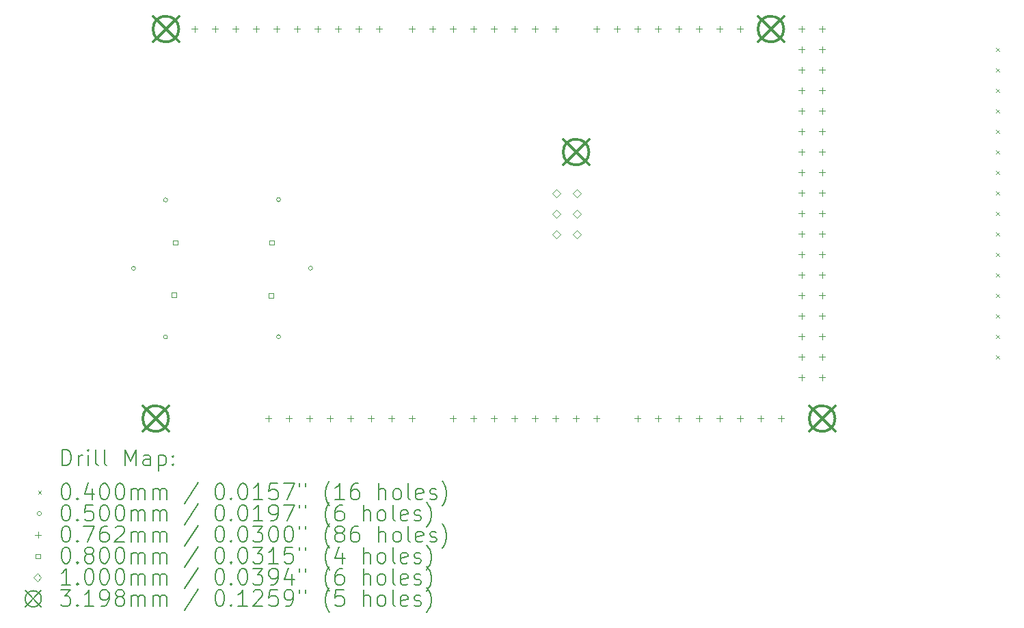
<source format=gbr>
%TF.GenerationSoftware,KiCad,Pcbnew,(6.0.9)*%
%TF.CreationDate,2023-01-12T16:27:42+01:00*%
%TF.ProjectId,MEGA board tester,4d454741-2062-46f6-9172-642074657374,rev?*%
%TF.SameCoordinates,PX7b9033cPY64bc73c*%
%TF.FileFunction,Drillmap*%
%TF.FilePolarity,Positive*%
%FSLAX45Y45*%
G04 Gerber Fmt 4.5, Leading zero omitted, Abs format (unit mm)*
G04 Created by KiCad (PCBNEW (6.0.9)) date 2023-01-12 16:27:42*
%MOMM*%
%LPD*%
G01*
G04 APERTURE LIST*
%ADD10C,0.200000*%
%ADD11C,0.040000*%
%ADD12C,0.050000*%
%ADD13C,0.076200*%
%ADD14C,0.080000*%
%ADD15C,0.100000*%
%ADD16C,0.319786*%
G04 APERTURE END LIST*
D10*
D11*
X12055150Y4987330D02*
X12095150Y4947330D01*
X12095150Y4987330D02*
X12055150Y4947330D01*
X12055150Y4733330D02*
X12095150Y4693330D01*
X12095150Y4733330D02*
X12055150Y4693330D01*
X12055150Y4479330D02*
X12095150Y4439330D01*
X12095150Y4479330D02*
X12055150Y4439330D01*
X12055150Y4225330D02*
X12095150Y4185330D01*
X12095150Y4225330D02*
X12055150Y4185330D01*
X12055150Y3971330D02*
X12095150Y3931330D01*
X12095150Y3971330D02*
X12055150Y3931330D01*
X12055150Y3717330D02*
X12095150Y3677330D01*
X12095150Y3717330D02*
X12055150Y3677330D01*
X12055150Y3463330D02*
X12095150Y3423330D01*
X12095150Y3463330D02*
X12055150Y3423330D01*
X12055150Y3209330D02*
X12095150Y3169330D01*
X12095150Y3209330D02*
X12055150Y3169330D01*
X12055150Y2955330D02*
X12095150Y2915330D01*
X12095150Y2955330D02*
X12055150Y2915330D01*
X12055150Y2701330D02*
X12095150Y2661330D01*
X12095150Y2701330D02*
X12055150Y2661330D01*
X12055150Y2447330D02*
X12095150Y2407330D01*
X12095150Y2447330D02*
X12055150Y2407330D01*
X12055150Y2193330D02*
X12095150Y2153330D01*
X12095150Y2193330D02*
X12055150Y2153330D01*
X12055150Y1939330D02*
X12095150Y1899330D01*
X12095150Y1939330D02*
X12055150Y1899330D01*
X12055150Y1685330D02*
X12095150Y1645330D01*
X12095150Y1685330D02*
X12055150Y1645330D01*
X12055150Y1431330D02*
X12095150Y1391330D01*
X12095150Y1431330D02*
X12055150Y1391330D01*
X12055150Y1177330D02*
X12095150Y1137330D01*
X12095150Y1177330D02*
X12055150Y1137330D01*
D12*
X1396752Y2257861D02*
G75*
G03*
X1396752Y2257861I-25000J0D01*
G01*
X1792752Y3105861D02*
G75*
G03*
X1792752Y3105861I-25000J0D01*
G01*
X1792752Y1408861D02*
G75*
G03*
X1792752Y1408861I-25000J0D01*
G01*
X3192752Y3108861D02*
G75*
G03*
X3192752Y3108861I-25000J0D01*
G01*
X3192752Y1410861D02*
G75*
G03*
X3192752Y1410861I-25000J0D01*
G01*
X3588752Y2259861D02*
G75*
G03*
X3588752Y2259861I-25000J0D01*
G01*
D13*
X2128500Y5261100D02*
X2128500Y5184900D01*
X2090400Y5223000D02*
X2166600Y5223000D01*
X2382500Y5261100D02*
X2382500Y5184900D01*
X2344400Y5223000D02*
X2420600Y5223000D01*
X2636500Y5261100D02*
X2636500Y5184900D01*
X2598400Y5223000D02*
X2674600Y5223000D01*
X2890500Y5261100D02*
X2890500Y5184900D01*
X2852400Y5223000D02*
X2928600Y5223000D01*
X3042900Y435100D02*
X3042900Y358900D01*
X3004800Y397000D02*
X3081000Y397000D01*
X3144500Y5261100D02*
X3144500Y5184900D01*
X3106400Y5223000D02*
X3182600Y5223000D01*
X3296900Y435100D02*
X3296900Y358900D01*
X3258800Y397000D02*
X3335000Y397000D01*
X3398500Y5261100D02*
X3398500Y5184900D01*
X3360400Y5223000D02*
X3436600Y5223000D01*
X3550900Y435100D02*
X3550900Y358900D01*
X3512800Y397000D02*
X3589000Y397000D01*
X3652500Y5261100D02*
X3652500Y5184900D01*
X3614400Y5223000D02*
X3690600Y5223000D01*
X3804900Y435100D02*
X3804900Y358900D01*
X3766800Y397000D02*
X3843000Y397000D01*
X3906500Y5261100D02*
X3906500Y5184900D01*
X3868400Y5223000D02*
X3944600Y5223000D01*
X4058900Y435100D02*
X4058900Y358900D01*
X4020800Y397000D02*
X4097000Y397000D01*
X4160500Y5261100D02*
X4160500Y5184900D01*
X4122400Y5223000D02*
X4198600Y5223000D01*
X4312900Y435100D02*
X4312900Y358900D01*
X4274800Y397000D02*
X4351000Y397000D01*
X4414500Y5261100D02*
X4414500Y5184900D01*
X4376400Y5223000D02*
X4452600Y5223000D01*
X4566900Y435100D02*
X4566900Y358900D01*
X4528800Y397000D02*
X4605000Y397000D01*
X4820900Y5261100D02*
X4820900Y5184900D01*
X4782800Y5223000D02*
X4859000Y5223000D01*
X4820900Y435100D02*
X4820900Y358900D01*
X4782800Y397000D02*
X4859000Y397000D01*
X5074900Y5261100D02*
X5074900Y5184900D01*
X5036800Y5223000D02*
X5113000Y5223000D01*
X5328900Y5261100D02*
X5328900Y5184900D01*
X5290800Y5223000D02*
X5367000Y5223000D01*
X5328900Y435100D02*
X5328900Y358900D01*
X5290800Y397000D02*
X5367000Y397000D01*
X5582900Y5261100D02*
X5582900Y5184900D01*
X5544800Y5223000D02*
X5621000Y5223000D01*
X5582900Y435100D02*
X5582900Y358900D01*
X5544800Y397000D02*
X5621000Y397000D01*
X5836900Y5261100D02*
X5836900Y5184900D01*
X5798800Y5223000D02*
X5875000Y5223000D01*
X5836900Y435100D02*
X5836900Y358900D01*
X5798800Y397000D02*
X5875000Y397000D01*
X6090900Y5261100D02*
X6090900Y5184900D01*
X6052800Y5223000D02*
X6129000Y5223000D01*
X6090900Y435100D02*
X6090900Y358900D01*
X6052800Y397000D02*
X6129000Y397000D01*
X6344900Y5261100D02*
X6344900Y5184900D01*
X6306800Y5223000D02*
X6383000Y5223000D01*
X6344900Y435100D02*
X6344900Y358900D01*
X6306800Y397000D02*
X6383000Y397000D01*
X6598900Y5261100D02*
X6598900Y5184900D01*
X6560800Y5223000D02*
X6637000Y5223000D01*
X6598900Y435100D02*
X6598900Y358900D01*
X6560800Y397000D02*
X6637000Y397000D01*
X6852900Y435100D02*
X6852900Y358900D01*
X6814800Y397000D02*
X6891000Y397000D01*
X7106900Y5261100D02*
X7106900Y5184900D01*
X7068800Y5223000D02*
X7145000Y5223000D01*
X7106900Y435100D02*
X7106900Y358900D01*
X7068800Y397000D02*
X7145000Y397000D01*
X7360900Y5261100D02*
X7360900Y5184900D01*
X7322800Y5223000D02*
X7399000Y5223000D01*
X7614900Y5261100D02*
X7614900Y5184900D01*
X7576800Y5223000D02*
X7653000Y5223000D01*
X7614900Y435100D02*
X7614900Y358900D01*
X7576800Y397000D02*
X7653000Y397000D01*
X7868900Y5261100D02*
X7868900Y5184900D01*
X7830800Y5223000D02*
X7907000Y5223000D01*
X7868900Y435100D02*
X7868900Y358900D01*
X7830800Y397000D02*
X7907000Y397000D01*
X8122900Y5261100D02*
X8122900Y5184900D01*
X8084800Y5223000D02*
X8161000Y5223000D01*
X8122900Y435100D02*
X8122900Y358900D01*
X8084800Y397000D02*
X8161000Y397000D01*
X8376900Y5261100D02*
X8376900Y5184900D01*
X8338800Y5223000D02*
X8415000Y5223000D01*
X8376900Y435100D02*
X8376900Y358900D01*
X8338800Y397000D02*
X8415000Y397000D01*
X8630900Y5261100D02*
X8630900Y5184900D01*
X8592800Y5223000D02*
X8669000Y5223000D01*
X8630900Y435100D02*
X8630900Y358900D01*
X8592800Y397000D02*
X8669000Y397000D01*
X8884900Y5261100D02*
X8884900Y5184900D01*
X8846800Y5223000D02*
X8923000Y5223000D01*
X8884900Y435100D02*
X8884900Y358900D01*
X8846800Y397000D02*
X8923000Y397000D01*
X9138900Y435100D02*
X9138900Y358900D01*
X9100800Y397000D02*
X9177000Y397000D01*
X9392900Y435100D02*
X9392900Y358900D01*
X9354800Y397000D02*
X9431000Y397000D01*
X9646900Y5261100D02*
X9646900Y5184900D01*
X9608800Y5223000D02*
X9685000Y5223000D01*
X9646900Y5007100D02*
X9646900Y4930900D01*
X9608800Y4969000D02*
X9685000Y4969000D01*
X9646900Y4753100D02*
X9646900Y4676900D01*
X9608800Y4715000D02*
X9685000Y4715000D01*
X9646900Y4499100D02*
X9646900Y4422900D01*
X9608800Y4461000D02*
X9685000Y4461000D01*
X9646900Y4245100D02*
X9646900Y4168900D01*
X9608800Y4207000D02*
X9685000Y4207000D01*
X9646900Y3991100D02*
X9646900Y3914900D01*
X9608800Y3953000D02*
X9685000Y3953000D01*
X9646900Y3737100D02*
X9646900Y3660900D01*
X9608800Y3699000D02*
X9685000Y3699000D01*
X9646900Y3483100D02*
X9646900Y3406900D01*
X9608800Y3445000D02*
X9685000Y3445000D01*
X9646900Y3229100D02*
X9646900Y3152900D01*
X9608800Y3191000D02*
X9685000Y3191000D01*
X9646900Y2975100D02*
X9646900Y2898900D01*
X9608800Y2937000D02*
X9685000Y2937000D01*
X9646900Y2721100D02*
X9646900Y2644900D01*
X9608800Y2683000D02*
X9685000Y2683000D01*
X9646900Y2467100D02*
X9646900Y2390900D01*
X9608800Y2429000D02*
X9685000Y2429000D01*
X9646900Y2213100D02*
X9646900Y2136900D01*
X9608800Y2175000D02*
X9685000Y2175000D01*
X9646900Y1959100D02*
X9646900Y1882900D01*
X9608800Y1921000D02*
X9685000Y1921000D01*
X9646900Y1705100D02*
X9646900Y1628900D01*
X9608800Y1667000D02*
X9685000Y1667000D01*
X9646900Y1451100D02*
X9646900Y1374900D01*
X9608800Y1413000D02*
X9685000Y1413000D01*
X9646900Y1197100D02*
X9646900Y1120900D01*
X9608800Y1159000D02*
X9685000Y1159000D01*
X9646900Y943100D02*
X9646900Y866900D01*
X9608800Y905000D02*
X9685000Y905000D01*
X9900900Y5261100D02*
X9900900Y5184900D01*
X9862800Y5223000D02*
X9939000Y5223000D01*
X9900900Y5007100D02*
X9900900Y4930900D01*
X9862800Y4969000D02*
X9939000Y4969000D01*
X9900900Y4753100D02*
X9900900Y4676900D01*
X9862800Y4715000D02*
X9939000Y4715000D01*
X9900900Y4499100D02*
X9900900Y4422900D01*
X9862800Y4461000D02*
X9939000Y4461000D01*
X9900900Y4245100D02*
X9900900Y4168900D01*
X9862800Y4207000D02*
X9939000Y4207000D01*
X9900900Y3991100D02*
X9900900Y3914900D01*
X9862800Y3953000D02*
X9939000Y3953000D01*
X9900900Y3737100D02*
X9900900Y3660900D01*
X9862800Y3699000D02*
X9939000Y3699000D01*
X9900900Y3483100D02*
X9900900Y3406900D01*
X9862800Y3445000D02*
X9939000Y3445000D01*
X9900900Y3229100D02*
X9900900Y3152900D01*
X9862800Y3191000D02*
X9939000Y3191000D01*
X9900900Y2975100D02*
X9900900Y2898900D01*
X9862800Y2937000D02*
X9939000Y2937000D01*
X9900900Y2721100D02*
X9900900Y2644900D01*
X9862800Y2683000D02*
X9939000Y2683000D01*
X9900900Y2467100D02*
X9900900Y2390900D01*
X9862800Y2429000D02*
X9939000Y2429000D01*
X9900900Y2213100D02*
X9900900Y2136900D01*
X9862800Y2175000D02*
X9939000Y2175000D01*
X9900900Y1959100D02*
X9900900Y1882900D01*
X9862800Y1921000D02*
X9939000Y1921000D01*
X9900900Y1705100D02*
X9900900Y1628900D01*
X9862800Y1667000D02*
X9939000Y1667000D01*
X9900900Y1451100D02*
X9900900Y1374900D01*
X9862800Y1413000D02*
X9939000Y1413000D01*
X9900900Y1197100D02*
X9900900Y1120900D01*
X9862800Y1159000D02*
X9939000Y1159000D01*
X9900900Y943100D02*
X9900900Y866900D01*
X9862800Y905000D02*
X9939000Y905000D01*
D14*
X1899036Y1898576D02*
X1899036Y1955145D01*
X1842467Y1955145D01*
X1842467Y1898576D01*
X1899036Y1898576D01*
X1915036Y2548576D02*
X1915036Y2605145D01*
X1858467Y2605145D01*
X1858467Y2548576D01*
X1915036Y2548576D01*
X3106036Y1890576D02*
X3106036Y1947145D01*
X3049467Y1947145D01*
X3049467Y1890576D01*
X3106036Y1890576D01*
X3112036Y2548576D02*
X3112036Y2605145D01*
X3055467Y2605145D01*
X3055467Y2548576D01*
X3112036Y2548576D01*
D15*
X6609800Y3138800D02*
X6659800Y3188800D01*
X6609800Y3238800D01*
X6559800Y3188800D01*
X6609800Y3138800D01*
X6609800Y2884800D02*
X6659800Y2934800D01*
X6609800Y2984800D01*
X6559800Y2934800D01*
X6609800Y2884800D01*
X6609800Y2630800D02*
X6659800Y2680800D01*
X6609800Y2730800D01*
X6559800Y2680800D01*
X6609800Y2630800D01*
X6863800Y3138800D02*
X6913800Y3188800D01*
X6863800Y3238800D01*
X6813800Y3188800D01*
X6863800Y3138800D01*
X6863800Y2884800D02*
X6913800Y2934800D01*
X6863800Y2984800D01*
X6813800Y2934800D01*
X6863800Y2884800D01*
X6863800Y2630800D02*
X6913800Y2680800D01*
X6863800Y2730800D01*
X6813800Y2680800D01*
X6863800Y2630800D01*
D16*
X1486007Y556893D02*
X1805793Y237107D01*
X1805793Y556893D02*
X1486007Y237107D01*
X1805793Y397000D02*
G75*
G03*
X1805793Y397000I-159893J0D01*
G01*
X1613007Y5382893D02*
X1932793Y5063107D01*
X1932793Y5382893D02*
X1613007Y5063107D01*
X1932793Y5223000D02*
G75*
G03*
X1932793Y5223000I-159893J0D01*
G01*
X6693007Y3858893D02*
X7012793Y3539107D01*
X7012793Y3858893D02*
X6693007Y3539107D01*
X7012793Y3699000D02*
G75*
G03*
X7012793Y3699000I-159893J0D01*
G01*
X9106007Y5382893D02*
X9425793Y5063107D01*
X9425793Y5382893D02*
X9106007Y5063107D01*
X9425793Y5223000D02*
G75*
G03*
X9425793Y5223000I-159893J0D01*
G01*
X9741007Y556893D02*
X10060793Y237107D01*
X10060793Y556893D02*
X9741007Y237107D01*
X10060793Y397000D02*
G75*
G03*
X10060793Y397000I-159893J0D01*
G01*
D10*
X487469Y-186526D02*
X487469Y13474D01*
X535088Y13474D01*
X563660Y3950D01*
X582707Y-15098D01*
X592231Y-34145D01*
X601755Y-72240D01*
X601755Y-100812D01*
X592231Y-138907D01*
X582707Y-157955D01*
X563660Y-177002D01*
X535088Y-186526D01*
X487469Y-186526D01*
X687469Y-186526D02*
X687469Y-53193D01*
X687469Y-91288D02*
X696993Y-72240D01*
X706517Y-62717D01*
X725564Y-53193D01*
X744612Y-53193D01*
X811278Y-186526D02*
X811278Y-53193D01*
X811278Y13474D02*
X801755Y3950D01*
X811278Y-5574D01*
X820802Y3950D01*
X811278Y13474D01*
X811278Y-5574D01*
X935088Y-186526D02*
X916040Y-177002D01*
X906517Y-157955D01*
X906517Y13474D01*
X1039850Y-186526D02*
X1020802Y-177002D01*
X1011278Y-157955D01*
X1011278Y13474D01*
X1268421Y-186526D02*
X1268421Y13474D01*
X1335088Y-129383D01*
X1401755Y13474D01*
X1401755Y-186526D01*
X1582707Y-186526D02*
X1582707Y-81764D01*
X1573183Y-62717D01*
X1554136Y-53193D01*
X1516040Y-53193D01*
X1496993Y-62717D01*
X1582707Y-177002D02*
X1563659Y-186526D01*
X1516040Y-186526D01*
X1496993Y-177002D01*
X1487469Y-157955D01*
X1487469Y-138907D01*
X1496993Y-119859D01*
X1516040Y-110336D01*
X1563659Y-110336D01*
X1582707Y-100812D01*
X1677945Y-53193D02*
X1677945Y-253193D01*
X1677945Y-62717D02*
X1696993Y-53193D01*
X1735088Y-53193D01*
X1754136Y-62717D01*
X1763659Y-72240D01*
X1773183Y-91288D01*
X1773183Y-148431D01*
X1763659Y-167479D01*
X1754136Y-177002D01*
X1735088Y-186526D01*
X1696993Y-186526D01*
X1677945Y-177002D01*
X1858898Y-167479D02*
X1868421Y-177002D01*
X1858898Y-186526D01*
X1849374Y-177002D01*
X1858898Y-167479D01*
X1858898Y-186526D01*
X1858898Y-62717D02*
X1868421Y-72240D01*
X1858898Y-81764D01*
X1849374Y-72240D01*
X1858898Y-62717D01*
X1858898Y-81764D01*
D11*
X189850Y-496050D02*
X229850Y-536050D01*
X229850Y-496050D02*
X189850Y-536050D01*
D10*
X525564Y-406526D02*
X544612Y-406526D01*
X563660Y-416050D01*
X573183Y-425574D01*
X582707Y-444621D01*
X592231Y-482717D01*
X592231Y-530336D01*
X582707Y-568431D01*
X573183Y-587479D01*
X563660Y-597002D01*
X544612Y-606526D01*
X525564Y-606526D01*
X506517Y-597002D01*
X496993Y-587479D01*
X487469Y-568431D01*
X477945Y-530336D01*
X477945Y-482717D01*
X487469Y-444621D01*
X496993Y-425574D01*
X506517Y-416050D01*
X525564Y-406526D01*
X677945Y-587479D02*
X687469Y-597002D01*
X677945Y-606526D01*
X668421Y-597002D01*
X677945Y-587479D01*
X677945Y-606526D01*
X858898Y-473193D02*
X858898Y-606526D01*
X811278Y-397002D02*
X763659Y-539860D01*
X887469Y-539860D01*
X1001755Y-406526D02*
X1020802Y-406526D01*
X1039850Y-416050D01*
X1049374Y-425574D01*
X1058898Y-444621D01*
X1068421Y-482717D01*
X1068421Y-530336D01*
X1058898Y-568431D01*
X1049374Y-587479D01*
X1039850Y-597002D01*
X1020802Y-606526D01*
X1001755Y-606526D01*
X982707Y-597002D01*
X973183Y-587479D01*
X963659Y-568431D01*
X954136Y-530336D01*
X954136Y-482717D01*
X963659Y-444621D01*
X973183Y-425574D01*
X982707Y-416050D01*
X1001755Y-406526D01*
X1192231Y-406526D02*
X1211279Y-406526D01*
X1230326Y-416050D01*
X1239850Y-425574D01*
X1249374Y-444621D01*
X1258898Y-482717D01*
X1258898Y-530336D01*
X1249374Y-568431D01*
X1239850Y-587479D01*
X1230326Y-597002D01*
X1211279Y-606526D01*
X1192231Y-606526D01*
X1173183Y-597002D01*
X1163660Y-587479D01*
X1154136Y-568431D01*
X1144612Y-530336D01*
X1144612Y-482717D01*
X1154136Y-444621D01*
X1163660Y-425574D01*
X1173183Y-416050D01*
X1192231Y-406526D01*
X1344612Y-606526D02*
X1344612Y-473193D01*
X1344612Y-492240D02*
X1354136Y-482717D01*
X1373183Y-473193D01*
X1401755Y-473193D01*
X1420802Y-482717D01*
X1430326Y-501764D01*
X1430326Y-606526D01*
X1430326Y-501764D02*
X1439850Y-482717D01*
X1458898Y-473193D01*
X1487469Y-473193D01*
X1506517Y-482717D01*
X1516040Y-501764D01*
X1516040Y-606526D01*
X1611278Y-606526D02*
X1611278Y-473193D01*
X1611278Y-492240D02*
X1620802Y-482717D01*
X1639850Y-473193D01*
X1668421Y-473193D01*
X1687469Y-482717D01*
X1696993Y-501764D01*
X1696993Y-606526D01*
X1696993Y-501764D02*
X1706517Y-482717D01*
X1725564Y-473193D01*
X1754136Y-473193D01*
X1773183Y-482717D01*
X1782707Y-501764D01*
X1782707Y-606526D01*
X2173183Y-397002D02*
X2001755Y-654145D01*
X2430326Y-406526D02*
X2449374Y-406526D01*
X2468421Y-416050D01*
X2477945Y-425574D01*
X2487469Y-444621D01*
X2496993Y-482717D01*
X2496993Y-530336D01*
X2487469Y-568431D01*
X2477945Y-587479D01*
X2468421Y-597002D01*
X2449374Y-606526D01*
X2430326Y-606526D01*
X2411279Y-597002D01*
X2401755Y-587479D01*
X2392231Y-568431D01*
X2382707Y-530336D01*
X2382707Y-482717D01*
X2392231Y-444621D01*
X2401755Y-425574D01*
X2411279Y-416050D01*
X2430326Y-406526D01*
X2582707Y-587479D02*
X2592231Y-597002D01*
X2582707Y-606526D01*
X2573183Y-597002D01*
X2582707Y-587479D01*
X2582707Y-606526D01*
X2716040Y-406526D02*
X2735088Y-406526D01*
X2754136Y-416050D01*
X2763660Y-425574D01*
X2773183Y-444621D01*
X2782707Y-482717D01*
X2782707Y-530336D01*
X2773183Y-568431D01*
X2763660Y-587479D01*
X2754136Y-597002D01*
X2735088Y-606526D01*
X2716040Y-606526D01*
X2696993Y-597002D01*
X2687469Y-587479D01*
X2677945Y-568431D01*
X2668421Y-530336D01*
X2668421Y-482717D01*
X2677945Y-444621D01*
X2687469Y-425574D01*
X2696993Y-416050D01*
X2716040Y-406526D01*
X2973183Y-606526D02*
X2858898Y-606526D01*
X2916040Y-606526D02*
X2916040Y-406526D01*
X2896993Y-435098D01*
X2877945Y-454145D01*
X2858898Y-463669D01*
X3154136Y-406526D02*
X3058898Y-406526D01*
X3049374Y-501764D01*
X3058898Y-492240D01*
X3077945Y-482717D01*
X3125564Y-482717D01*
X3144612Y-492240D01*
X3154136Y-501764D01*
X3163659Y-520812D01*
X3163659Y-568431D01*
X3154136Y-587479D01*
X3144612Y-597002D01*
X3125564Y-606526D01*
X3077945Y-606526D01*
X3058898Y-597002D01*
X3049374Y-587479D01*
X3230326Y-406526D02*
X3363659Y-406526D01*
X3277945Y-606526D01*
X3430326Y-406526D02*
X3430326Y-444621D01*
X3506517Y-406526D02*
X3506517Y-444621D01*
X3801755Y-682717D02*
X3792231Y-673193D01*
X3773183Y-644621D01*
X3763659Y-625574D01*
X3754136Y-597002D01*
X3744612Y-549383D01*
X3744612Y-511288D01*
X3754136Y-463669D01*
X3763659Y-435098D01*
X3773183Y-416050D01*
X3792231Y-387478D01*
X3801755Y-377955D01*
X3982707Y-606526D02*
X3868421Y-606526D01*
X3925564Y-606526D02*
X3925564Y-406526D01*
X3906517Y-435098D01*
X3887469Y-454145D01*
X3868421Y-463669D01*
X4154136Y-406526D02*
X4116040Y-406526D01*
X4096993Y-416050D01*
X4087469Y-425574D01*
X4068421Y-454145D01*
X4058898Y-492240D01*
X4058898Y-568431D01*
X4068421Y-587479D01*
X4077945Y-597002D01*
X4096993Y-606526D01*
X4135088Y-606526D01*
X4154136Y-597002D01*
X4163659Y-587479D01*
X4173183Y-568431D01*
X4173183Y-520812D01*
X4163659Y-501764D01*
X4154136Y-492240D01*
X4135088Y-482717D01*
X4096993Y-482717D01*
X4077945Y-492240D01*
X4068421Y-501764D01*
X4058898Y-520812D01*
X4411279Y-606526D02*
X4411279Y-406526D01*
X4496993Y-606526D02*
X4496993Y-501764D01*
X4487469Y-482717D01*
X4468421Y-473193D01*
X4439850Y-473193D01*
X4420802Y-482717D01*
X4411279Y-492240D01*
X4620802Y-606526D02*
X4601755Y-597002D01*
X4592231Y-587479D01*
X4582707Y-568431D01*
X4582707Y-511288D01*
X4592231Y-492240D01*
X4601755Y-482717D01*
X4620802Y-473193D01*
X4649374Y-473193D01*
X4668421Y-482717D01*
X4677945Y-492240D01*
X4687469Y-511288D01*
X4687469Y-568431D01*
X4677945Y-587479D01*
X4668421Y-597002D01*
X4649374Y-606526D01*
X4620802Y-606526D01*
X4801755Y-606526D02*
X4782707Y-597002D01*
X4773183Y-577955D01*
X4773183Y-406526D01*
X4954136Y-597002D02*
X4935088Y-606526D01*
X4896993Y-606526D01*
X4877945Y-597002D01*
X4868421Y-577955D01*
X4868421Y-501764D01*
X4877945Y-482717D01*
X4896993Y-473193D01*
X4935088Y-473193D01*
X4954136Y-482717D01*
X4963660Y-501764D01*
X4963660Y-520812D01*
X4868421Y-539860D01*
X5039850Y-597002D02*
X5058898Y-606526D01*
X5096993Y-606526D01*
X5116040Y-597002D01*
X5125564Y-577955D01*
X5125564Y-568431D01*
X5116040Y-549383D01*
X5096993Y-539860D01*
X5068421Y-539860D01*
X5049374Y-530336D01*
X5039850Y-511288D01*
X5039850Y-501764D01*
X5049374Y-482717D01*
X5068421Y-473193D01*
X5096993Y-473193D01*
X5116040Y-482717D01*
X5192231Y-682717D02*
X5201755Y-673193D01*
X5220802Y-644621D01*
X5230326Y-625574D01*
X5239850Y-597002D01*
X5249374Y-549383D01*
X5249374Y-511288D01*
X5239850Y-463669D01*
X5230326Y-435098D01*
X5220802Y-416050D01*
X5201755Y-387478D01*
X5192231Y-377955D01*
D12*
X229850Y-780050D02*
G75*
G03*
X229850Y-780050I-25000J0D01*
G01*
D10*
X525564Y-670526D02*
X544612Y-670526D01*
X563660Y-680050D01*
X573183Y-689574D01*
X582707Y-708621D01*
X592231Y-746717D01*
X592231Y-794336D01*
X582707Y-832431D01*
X573183Y-851478D01*
X563660Y-861002D01*
X544612Y-870526D01*
X525564Y-870526D01*
X506517Y-861002D01*
X496993Y-851478D01*
X487469Y-832431D01*
X477945Y-794336D01*
X477945Y-746717D01*
X487469Y-708621D01*
X496993Y-689574D01*
X506517Y-680050D01*
X525564Y-670526D01*
X677945Y-851478D02*
X687469Y-861002D01*
X677945Y-870526D01*
X668421Y-861002D01*
X677945Y-851478D01*
X677945Y-870526D01*
X868421Y-670526D02*
X773183Y-670526D01*
X763659Y-765764D01*
X773183Y-756240D01*
X792231Y-746717D01*
X839850Y-746717D01*
X858898Y-756240D01*
X868421Y-765764D01*
X877945Y-784812D01*
X877945Y-832431D01*
X868421Y-851478D01*
X858898Y-861002D01*
X839850Y-870526D01*
X792231Y-870526D01*
X773183Y-861002D01*
X763659Y-851478D01*
X1001755Y-670526D02*
X1020802Y-670526D01*
X1039850Y-680050D01*
X1049374Y-689574D01*
X1058898Y-708621D01*
X1068421Y-746717D01*
X1068421Y-794336D01*
X1058898Y-832431D01*
X1049374Y-851478D01*
X1039850Y-861002D01*
X1020802Y-870526D01*
X1001755Y-870526D01*
X982707Y-861002D01*
X973183Y-851478D01*
X963659Y-832431D01*
X954136Y-794336D01*
X954136Y-746717D01*
X963659Y-708621D01*
X973183Y-689574D01*
X982707Y-680050D01*
X1001755Y-670526D01*
X1192231Y-670526D02*
X1211279Y-670526D01*
X1230326Y-680050D01*
X1239850Y-689574D01*
X1249374Y-708621D01*
X1258898Y-746717D01*
X1258898Y-794336D01*
X1249374Y-832431D01*
X1239850Y-851478D01*
X1230326Y-861002D01*
X1211279Y-870526D01*
X1192231Y-870526D01*
X1173183Y-861002D01*
X1163660Y-851478D01*
X1154136Y-832431D01*
X1144612Y-794336D01*
X1144612Y-746717D01*
X1154136Y-708621D01*
X1163660Y-689574D01*
X1173183Y-680050D01*
X1192231Y-670526D01*
X1344612Y-870526D02*
X1344612Y-737193D01*
X1344612Y-756240D02*
X1354136Y-746717D01*
X1373183Y-737193D01*
X1401755Y-737193D01*
X1420802Y-746717D01*
X1430326Y-765764D01*
X1430326Y-870526D01*
X1430326Y-765764D02*
X1439850Y-746717D01*
X1458898Y-737193D01*
X1487469Y-737193D01*
X1506517Y-746717D01*
X1516040Y-765764D01*
X1516040Y-870526D01*
X1611278Y-870526D02*
X1611278Y-737193D01*
X1611278Y-756240D02*
X1620802Y-746717D01*
X1639850Y-737193D01*
X1668421Y-737193D01*
X1687469Y-746717D01*
X1696993Y-765764D01*
X1696993Y-870526D01*
X1696993Y-765764D02*
X1706517Y-746717D01*
X1725564Y-737193D01*
X1754136Y-737193D01*
X1773183Y-746717D01*
X1782707Y-765764D01*
X1782707Y-870526D01*
X2173183Y-661002D02*
X2001755Y-918145D01*
X2430326Y-670526D02*
X2449374Y-670526D01*
X2468421Y-680050D01*
X2477945Y-689574D01*
X2487469Y-708621D01*
X2496993Y-746717D01*
X2496993Y-794336D01*
X2487469Y-832431D01*
X2477945Y-851478D01*
X2468421Y-861002D01*
X2449374Y-870526D01*
X2430326Y-870526D01*
X2411279Y-861002D01*
X2401755Y-851478D01*
X2392231Y-832431D01*
X2382707Y-794336D01*
X2382707Y-746717D01*
X2392231Y-708621D01*
X2401755Y-689574D01*
X2411279Y-680050D01*
X2430326Y-670526D01*
X2582707Y-851478D02*
X2592231Y-861002D01*
X2582707Y-870526D01*
X2573183Y-861002D01*
X2582707Y-851478D01*
X2582707Y-870526D01*
X2716040Y-670526D02*
X2735088Y-670526D01*
X2754136Y-680050D01*
X2763660Y-689574D01*
X2773183Y-708621D01*
X2782707Y-746717D01*
X2782707Y-794336D01*
X2773183Y-832431D01*
X2763660Y-851478D01*
X2754136Y-861002D01*
X2735088Y-870526D01*
X2716040Y-870526D01*
X2696993Y-861002D01*
X2687469Y-851478D01*
X2677945Y-832431D01*
X2668421Y-794336D01*
X2668421Y-746717D01*
X2677945Y-708621D01*
X2687469Y-689574D01*
X2696993Y-680050D01*
X2716040Y-670526D01*
X2973183Y-870526D02*
X2858898Y-870526D01*
X2916040Y-870526D02*
X2916040Y-670526D01*
X2896993Y-699098D01*
X2877945Y-718145D01*
X2858898Y-727669D01*
X3068421Y-870526D02*
X3106517Y-870526D01*
X3125564Y-861002D01*
X3135088Y-851478D01*
X3154136Y-822907D01*
X3163659Y-784812D01*
X3163659Y-708621D01*
X3154136Y-689574D01*
X3144612Y-680050D01*
X3125564Y-670526D01*
X3087469Y-670526D01*
X3068421Y-680050D01*
X3058898Y-689574D01*
X3049374Y-708621D01*
X3049374Y-756240D01*
X3058898Y-775288D01*
X3068421Y-784812D01*
X3087469Y-794336D01*
X3125564Y-794336D01*
X3144612Y-784812D01*
X3154136Y-775288D01*
X3163659Y-756240D01*
X3230326Y-670526D02*
X3363659Y-670526D01*
X3277945Y-870526D01*
X3430326Y-670526D02*
X3430326Y-708621D01*
X3506517Y-670526D02*
X3506517Y-708621D01*
X3801755Y-946717D02*
X3792231Y-937193D01*
X3773183Y-908621D01*
X3763659Y-889574D01*
X3754136Y-861002D01*
X3744612Y-813383D01*
X3744612Y-775288D01*
X3754136Y-727669D01*
X3763659Y-699098D01*
X3773183Y-680050D01*
X3792231Y-651479D01*
X3801755Y-641955D01*
X3963659Y-670526D02*
X3925564Y-670526D01*
X3906517Y-680050D01*
X3896993Y-689574D01*
X3877945Y-718145D01*
X3868421Y-756240D01*
X3868421Y-832431D01*
X3877945Y-851478D01*
X3887469Y-861002D01*
X3906517Y-870526D01*
X3944612Y-870526D01*
X3963659Y-861002D01*
X3973183Y-851478D01*
X3982707Y-832431D01*
X3982707Y-784812D01*
X3973183Y-765764D01*
X3963659Y-756240D01*
X3944612Y-746717D01*
X3906517Y-746717D01*
X3887469Y-756240D01*
X3877945Y-765764D01*
X3868421Y-784812D01*
X4220802Y-870526D02*
X4220802Y-670526D01*
X4306517Y-870526D02*
X4306517Y-765764D01*
X4296993Y-746717D01*
X4277945Y-737193D01*
X4249374Y-737193D01*
X4230326Y-746717D01*
X4220802Y-756240D01*
X4430326Y-870526D02*
X4411279Y-861002D01*
X4401755Y-851478D01*
X4392231Y-832431D01*
X4392231Y-775288D01*
X4401755Y-756240D01*
X4411279Y-746717D01*
X4430326Y-737193D01*
X4458898Y-737193D01*
X4477945Y-746717D01*
X4487469Y-756240D01*
X4496993Y-775288D01*
X4496993Y-832431D01*
X4487469Y-851478D01*
X4477945Y-861002D01*
X4458898Y-870526D01*
X4430326Y-870526D01*
X4611279Y-870526D02*
X4592231Y-861002D01*
X4582707Y-841955D01*
X4582707Y-670526D01*
X4763660Y-861002D02*
X4744612Y-870526D01*
X4706517Y-870526D01*
X4687469Y-861002D01*
X4677945Y-841955D01*
X4677945Y-765764D01*
X4687469Y-746717D01*
X4706517Y-737193D01*
X4744612Y-737193D01*
X4763660Y-746717D01*
X4773183Y-765764D01*
X4773183Y-784812D01*
X4677945Y-803859D01*
X4849374Y-861002D02*
X4868421Y-870526D01*
X4906517Y-870526D01*
X4925564Y-861002D01*
X4935088Y-841955D01*
X4935088Y-832431D01*
X4925564Y-813383D01*
X4906517Y-803859D01*
X4877945Y-803859D01*
X4858898Y-794336D01*
X4849374Y-775288D01*
X4849374Y-765764D01*
X4858898Y-746717D01*
X4877945Y-737193D01*
X4906517Y-737193D01*
X4925564Y-746717D01*
X5001755Y-946717D02*
X5011279Y-937193D01*
X5030326Y-908621D01*
X5039850Y-889574D01*
X5049374Y-861002D01*
X5058898Y-813383D01*
X5058898Y-775288D01*
X5049374Y-727669D01*
X5039850Y-699098D01*
X5030326Y-680050D01*
X5011279Y-651479D01*
X5001755Y-641955D01*
D13*
X191750Y-1005950D02*
X191750Y-1082150D01*
X153650Y-1044050D02*
X229850Y-1044050D01*
D10*
X525564Y-934526D02*
X544612Y-934526D01*
X563660Y-944050D01*
X573183Y-953574D01*
X582707Y-972621D01*
X592231Y-1010717D01*
X592231Y-1058336D01*
X582707Y-1096431D01*
X573183Y-1115479D01*
X563660Y-1125002D01*
X544612Y-1134526D01*
X525564Y-1134526D01*
X506517Y-1125002D01*
X496993Y-1115479D01*
X487469Y-1096431D01*
X477945Y-1058336D01*
X477945Y-1010717D01*
X487469Y-972621D01*
X496993Y-953574D01*
X506517Y-944050D01*
X525564Y-934526D01*
X677945Y-1115479D02*
X687469Y-1125002D01*
X677945Y-1134526D01*
X668421Y-1125002D01*
X677945Y-1115479D01*
X677945Y-1134526D01*
X754136Y-934526D02*
X887469Y-934526D01*
X801755Y-1134526D01*
X1049374Y-934526D02*
X1011278Y-934526D01*
X992231Y-944050D01*
X982707Y-953574D01*
X963659Y-982145D01*
X954136Y-1020240D01*
X954136Y-1096431D01*
X963659Y-1115479D01*
X973183Y-1125002D01*
X992231Y-1134526D01*
X1030326Y-1134526D01*
X1049374Y-1125002D01*
X1058898Y-1115479D01*
X1068421Y-1096431D01*
X1068421Y-1048812D01*
X1058898Y-1029764D01*
X1049374Y-1020240D01*
X1030326Y-1010717D01*
X992231Y-1010717D01*
X973183Y-1020240D01*
X963659Y-1029764D01*
X954136Y-1048812D01*
X1144612Y-953574D02*
X1154136Y-944050D01*
X1173183Y-934526D01*
X1220802Y-934526D01*
X1239850Y-944050D01*
X1249374Y-953574D01*
X1258898Y-972621D01*
X1258898Y-991669D01*
X1249374Y-1020240D01*
X1135088Y-1134526D01*
X1258898Y-1134526D01*
X1344612Y-1134526D02*
X1344612Y-1001193D01*
X1344612Y-1020240D02*
X1354136Y-1010717D01*
X1373183Y-1001193D01*
X1401755Y-1001193D01*
X1420802Y-1010717D01*
X1430326Y-1029764D01*
X1430326Y-1134526D01*
X1430326Y-1029764D02*
X1439850Y-1010717D01*
X1458898Y-1001193D01*
X1487469Y-1001193D01*
X1506517Y-1010717D01*
X1516040Y-1029764D01*
X1516040Y-1134526D01*
X1611278Y-1134526D02*
X1611278Y-1001193D01*
X1611278Y-1020240D02*
X1620802Y-1010717D01*
X1639850Y-1001193D01*
X1668421Y-1001193D01*
X1687469Y-1010717D01*
X1696993Y-1029764D01*
X1696993Y-1134526D01*
X1696993Y-1029764D02*
X1706517Y-1010717D01*
X1725564Y-1001193D01*
X1754136Y-1001193D01*
X1773183Y-1010717D01*
X1782707Y-1029764D01*
X1782707Y-1134526D01*
X2173183Y-925002D02*
X2001755Y-1182145D01*
X2430326Y-934526D02*
X2449374Y-934526D01*
X2468421Y-944050D01*
X2477945Y-953574D01*
X2487469Y-972621D01*
X2496993Y-1010717D01*
X2496993Y-1058336D01*
X2487469Y-1096431D01*
X2477945Y-1115479D01*
X2468421Y-1125002D01*
X2449374Y-1134526D01*
X2430326Y-1134526D01*
X2411279Y-1125002D01*
X2401755Y-1115479D01*
X2392231Y-1096431D01*
X2382707Y-1058336D01*
X2382707Y-1010717D01*
X2392231Y-972621D01*
X2401755Y-953574D01*
X2411279Y-944050D01*
X2430326Y-934526D01*
X2582707Y-1115479D02*
X2592231Y-1125002D01*
X2582707Y-1134526D01*
X2573183Y-1125002D01*
X2582707Y-1115479D01*
X2582707Y-1134526D01*
X2716040Y-934526D02*
X2735088Y-934526D01*
X2754136Y-944050D01*
X2763660Y-953574D01*
X2773183Y-972621D01*
X2782707Y-1010717D01*
X2782707Y-1058336D01*
X2773183Y-1096431D01*
X2763660Y-1115479D01*
X2754136Y-1125002D01*
X2735088Y-1134526D01*
X2716040Y-1134526D01*
X2696993Y-1125002D01*
X2687469Y-1115479D01*
X2677945Y-1096431D01*
X2668421Y-1058336D01*
X2668421Y-1010717D01*
X2677945Y-972621D01*
X2687469Y-953574D01*
X2696993Y-944050D01*
X2716040Y-934526D01*
X2849374Y-934526D02*
X2973183Y-934526D01*
X2906517Y-1010717D01*
X2935088Y-1010717D01*
X2954136Y-1020240D01*
X2963659Y-1029764D01*
X2973183Y-1048812D01*
X2973183Y-1096431D01*
X2963659Y-1115479D01*
X2954136Y-1125002D01*
X2935088Y-1134526D01*
X2877945Y-1134526D01*
X2858898Y-1125002D01*
X2849374Y-1115479D01*
X3096993Y-934526D02*
X3116040Y-934526D01*
X3135088Y-944050D01*
X3144612Y-953574D01*
X3154136Y-972621D01*
X3163659Y-1010717D01*
X3163659Y-1058336D01*
X3154136Y-1096431D01*
X3144612Y-1115479D01*
X3135088Y-1125002D01*
X3116040Y-1134526D01*
X3096993Y-1134526D01*
X3077945Y-1125002D01*
X3068421Y-1115479D01*
X3058898Y-1096431D01*
X3049374Y-1058336D01*
X3049374Y-1010717D01*
X3058898Y-972621D01*
X3068421Y-953574D01*
X3077945Y-944050D01*
X3096993Y-934526D01*
X3287469Y-934526D02*
X3306517Y-934526D01*
X3325564Y-944050D01*
X3335088Y-953574D01*
X3344612Y-972621D01*
X3354136Y-1010717D01*
X3354136Y-1058336D01*
X3344612Y-1096431D01*
X3335088Y-1115479D01*
X3325564Y-1125002D01*
X3306517Y-1134526D01*
X3287469Y-1134526D01*
X3268421Y-1125002D01*
X3258898Y-1115479D01*
X3249374Y-1096431D01*
X3239850Y-1058336D01*
X3239850Y-1010717D01*
X3249374Y-972621D01*
X3258898Y-953574D01*
X3268421Y-944050D01*
X3287469Y-934526D01*
X3430326Y-934526D02*
X3430326Y-972621D01*
X3506517Y-934526D02*
X3506517Y-972621D01*
X3801755Y-1210717D02*
X3792231Y-1201193D01*
X3773183Y-1172621D01*
X3763659Y-1153574D01*
X3754136Y-1125002D01*
X3744612Y-1077383D01*
X3744612Y-1039288D01*
X3754136Y-991669D01*
X3763659Y-963098D01*
X3773183Y-944050D01*
X3792231Y-915478D01*
X3801755Y-905955D01*
X3906517Y-1020240D02*
X3887469Y-1010717D01*
X3877945Y-1001193D01*
X3868421Y-982145D01*
X3868421Y-972621D01*
X3877945Y-953574D01*
X3887469Y-944050D01*
X3906517Y-934526D01*
X3944612Y-934526D01*
X3963659Y-944050D01*
X3973183Y-953574D01*
X3982707Y-972621D01*
X3982707Y-982145D01*
X3973183Y-1001193D01*
X3963659Y-1010717D01*
X3944612Y-1020240D01*
X3906517Y-1020240D01*
X3887469Y-1029764D01*
X3877945Y-1039288D01*
X3868421Y-1058336D01*
X3868421Y-1096431D01*
X3877945Y-1115479D01*
X3887469Y-1125002D01*
X3906517Y-1134526D01*
X3944612Y-1134526D01*
X3963659Y-1125002D01*
X3973183Y-1115479D01*
X3982707Y-1096431D01*
X3982707Y-1058336D01*
X3973183Y-1039288D01*
X3963659Y-1029764D01*
X3944612Y-1020240D01*
X4154136Y-934526D02*
X4116040Y-934526D01*
X4096993Y-944050D01*
X4087469Y-953574D01*
X4068421Y-982145D01*
X4058898Y-1020240D01*
X4058898Y-1096431D01*
X4068421Y-1115479D01*
X4077945Y-1125002D01*
X4096993Y-1134526D01*
X4135088Y-1134526D01*
X4154136Y-1125002D01*
X4163659Y-1115479D01*
X4173183Y-1096431D01*
X4173183Y-1048812D01*
X4163659Y-1029764D01*
X4154136Y-1020240D01*
X4135088Y-1010717D01*
X4096993Y-1010717D01*
X4077945Y-1020240D01*
X4068421Y-1029764D01*
X4058898Y-1048812D01*
X4411279Y-1134526D02*
X4411279Y-934526D01*
X4496993Y-1134526D02*
X4496993Y-1029764D01*
X4487469Y-1010717D01*
X4468421Y-1001193D01*
X4439850Y-1001193D01*
X4420802Y-1010717D01*
X4411279Y-1020240D01*
X4620802Y-1134526D02*
X4601755Y-1125002D01*
X4592231Y-1115479D01*
X4582707Y-1096431D01*
X4582707Y-1039288D01*
X4592231Y-1020240D01*
X4601755Y-1010717D01*
X4620802Y-1001193D01*
X4649374Y-1001193D01*
X4668421Y-1010717D01*
X4677945Y-1020240D01*
X4687469Y-1039288D01*
X4687469Y-1096431D01*
X4677945Y-1115479D01*
X4668421Y-1125002D01*
X4649374Y-1134526D01*
X4620802Y-1134526D01*
X4801755Y-1134526D02*
X4782707Y-1125002D01*
X4773183Y-1105955D01*
X4773183Y-934526D01*
X4954136Y-1125002D02*
X4935088Y-1134526D01*
X4896993Y-1134526D01*
X4877945Y-1125002D01*
X4868421Y-1105955D01*
X4868421Y-1029764D01*
X4877945Y-1010717D01*
X4896993Y-1001193D01*
X4935088Y-1001193D01*
X4954136Y-1010717D01*
X4963660Y-1029764D01*
X4963660Y-1048812D01*
X4868421Y-1067860D01*
X5039850Y-1125002D02*
X5058898Y-1134526D01*
X5096993Y-1134526D01*
X5116040Y-1125002D01*
X5125564Y-1105955D01*
X5125564Y-1096431D01*
X5116040Y-1077383D01*
X5096993Y-1067860D01*
X5068421Y-1067860D01*
X5049374Y-1058336D01*
X5039850Y-1039288D01*
X5039850Y-1029764D01*
X5049374Y-1010717D01*
X5068421Y-1001193D01*
X5096993Y-1001193D01*
X5116040Y-1010717D01*
X5192231Y-1210717D02*
X5201755Y-1201193D01*
X5220802Y-1172621D01*
X5230326Y-1153574D01*
X5239850Y-1125002D01*
X5249374Y-1077383D01*
X5249374Y-1039288D01*
X5239850Y-991669D01*
X5230326Y-963098D01*
X5220802Y-944050D01*
X5201755Y-915478D01*
X5192231Y-905955D01*
D14*
X218134Y-1336335D02*
X218134Y-1279766D01*
X161566Y-1279766D01*
X161566Y-1336335D01*
X218134Y-1336335D01*
D10*
X525564Y-1198526D02*
X544612Y-1198526D01*
X563660Y-1208050D01*
X573183Y-1217574D01*
X582707Y-1236621D01*
X592231Y-1274717D01*
X592231Y-1322336D01*
X582707Y-1360431D01*
X573183Y-1379479D01*
X563660Y-1389002D01*
X544612Y-1398526D01*
X525564Y-1398526D01*
X506517Y-1389002D01*
X496993Y-1379479D01*
X487469Y-1360431D01*
X477945Y-1322336D01*
X477945Y-1274717D01*
X487469Y-1236621D01*
X496993Y-1217574D01*
X506517Y-1208050D01*
X525564Y-1198526D01*
X677945Y-1379479D02*
X687469Y-1389002D01*
X677945Y-1398526D01*
X668421Y-1389002D01*
X677945Y-1379479D01*
X677945Y-1398526D01*
X801755Y-1284240D02*
X782707Y-1274717D01*
X773183Y-1265193D01*
X763659Y-1246145D01*
X763659Y-1236621D01*
X773183Y-1217574D01*
X782707Y-1208050D01*
X801755Y-1198526D01*
X839850Y-1198526D01*
X858898Y-1208050D01*
X868421Y-1217574D01*
X877945Y-1236621D01*
X877945Y-1246145D01*
X868421Y-1265193D01*
X858898Y-1274717D01*
X839850Y-1284240D01*
X801755Y-1284240D01*
X782707Y-1293764D01*
X773183Y-1303288D01*
X763659Y-1322336D01*
X763659Y-1360431D01*
X773183Y-1379479D01*
X782707Y-1389002D01*
X801755Y-1398526D01*
X839850Y-1398526D01*
X858898Y-1389002D01*
X868421Y-1379479D01*
X877945Y-1360431D01*
X877945Y-1322336D01*
X868421Y-1303288D01*
X858898Y-1293764D01*
X839850Y-1284240D01*
X1001755Y-1198526D02*
X1020802Y-1198526D01*
X1039850Y-1208050D01*
X1049374Y-1217574D01*
X1058898Y-1236621D01*
X1068421Y-1274717D01*
X1068421Y-1322336D01*
X1058898Y-1360431D01*
X1049374Y-1379479D01*
X1039850Y-1389002D01*
X1020802Y-1398526D01*
X1001755Y-1398526D01*
X982707Y-1389002D01*
X973183Y-1379479D01*
X963659Y-1360431D01*
X954136Y-1322336D01*
X954136Y-1274717D01*
X963659Y-1236621D01*
X973183Y-1217574D01*
X982707Y-1208050D01*
X1001755Y-1198526D01*
X1192231Y-1198526D02*
X1211279Y-1198526D01*
X1230326Y-1208050D01*
X1239850Y-1217574D01*
X1249374Y-1236621D01*
X1258898Y-1274717D01*
X1258898Y-1322336D01*
X1249374Y-1360431D01*
X1239850Y-1379479D01*
X1230326Y-1389002D01*
X1211279Y-1398526D01*
X1192231Y-1398526D01*
X1173183Y-1389002D01*
X1163660Y-1379479D01*
X1154136Y-1360431D01*
X1144612Y-1322336D01*
X1144612Y-1274717D01*
X1154136Y-1236621D01*
X1163660Y-1217574D01*
X1173183Y-1208050D01*
X1192231Y-1198526D01*
X1344612Y-1398526D02*
X1344612Y-1265193D01*
X1344612Y-1284240D02*
X1354136Y-1274717D01*
X1373183Y-1265193D01*
X1401755Y-1265193D01*
X1420802Y-1274717D01*
X1430326Y-1293764D01*
X1430326Y-1398526D01*
X1430326Y-1293764D02*
X1439850Y-1274717D01*
X1458898Y-1265193D01*
X1487469Y-1265193D01*
X1506517Y-1274717D01*
X1516040Y-1293764D01*
X1516040Y-1398526D01*
X1611278Y-1398526D02*
X1611278Y-1265193D01*
X1611278Y-1284240D02*
X1620802Y-1274717D01*
X1639850Y-1265193D01*
X1668421Y-1265193D01*
X1687469Y-1274717D01*
X1696993Y-1293764D01*
X1696993Y-1398526D01*
X1696993Y-1293764D02*
X1706517Y-1274717D01*
X1725564Y-1265193D01*
X1754136Y-1265193D01*
X1773183Y-1274717D01*
X1782707Y-1293764D01*
X1782707Y-1398526D01*
X2173183Y-1189002D02*
X2001755Y-1446145D01*
X2430326Y-1198526D02*
X2449374Y-1198526D01*
X2468421Y-1208050D01*
X2477945Y-1217574D01*
X2487469Y-1236621D01*
X2496993Y-1274717D01*
X2496993Y-1322336D01*
X2487469Y-1360431D01*
X2477945Y-1379479D01*
X2468421Y-1389002D01*
X2449374Y-1398526D01*
X2430326Y-1398526D01*
X2411279Y-1389002D01*
X2401755Y-1379479D01*
X2392231Y-1360431D01*
X2382707Y-1322336D01*
X2382707Y-1274717D01*
X2392231Y-1236621D01*
X2401755Y-1217574D01*
X2411279Y-1208050D01*
X2430326Y-1198526D01*
X2582707Y-1379479D02*
X2592231Y-1389002D01*
X2582707Y-1398526D01*
X2573183Y-1389002D01*
X2582707Y-1379479D01*
X2582707Y-1398526D01*
X2716040Y-1198526D02*
X2735088Y-1198526D01*
X2754136Y-1208050D01*
X2763660Y-1217574D01*
X2773183Y-1236621D01*
X2782707Y-1274717D01*
X2782707Y-1322336D01*
X2773183Y-1360431D01*
X2763660Y-1379479D01*
X2754136Y-1389002D01*
X2735088Y-1398526D01*
X2716040Y-1398526D01*
X2696993Y-1389002D01*
X2687469Y-1379479D01*
X2677945Y-1360431D01*
X2668421Y-1322336D01*
X2668421Y-1274717D01*
X2677945Y-1236621D01*
X2687469Y-1217574D01*
X2696993Y-1208050D01*
X2716040Y-1198526D01*
X2849374Y-1198526D02*
X2973183Y-1198526D01*
X2906517Y-1274717D01*
X2935088Y-1274717D01*
X2954136Y-1284240D01*
X2963659Y-1293764D01*
X2973183Y-1312812D01*
X2973183Y-1360431D01*
X2963659Y-1379479D01*
X2954136Y-1389002D01*
X2935088Y-1398526D01*
X2877945Y-1398526D01*
X2858898Y-1389002D01*
X2849374Y-1379479D01*
X3163659Y-1398526D02*
X3049374Y-1398526D01*
X3106517Y-1398526D02*
X3106517Y-1198526D01*
X3087469Y-1227098D01*
X3068421Y-1246145D01*
X3049374Y-1255669D01*
X3344612Y-1198526D02*
X3249374Y-1198526D01*
X3239850Y-1293764D01*
X3249374Y-1284240D01*
X3268421Y-1274717D01*
X3316040Y-1274717D01*
X3335088Y-1284240D01*
X3344612Y-1293764D01*
X3354136Y-1312812D01*
X3354136Y-1360431D01*
X3344612Y-1379479D01*
X3335088Y-1389002D01*
X3316040Y-1398526D01*
X3268421Y-1398526D01*
X3249374Y-1389002D01*
X3239850Y-1379479D01*
X3430326Y-1198526D02*
X3430326Y-1236621D01*
X3506517Y-1198526D02*
X3506517Y-1236621D01*
X3801755Y-1474717D02*
X3792231Y-1465193D01*
X3773183Y-1436621D01*
X3763659Y-1417574D01*
X3754136Y-1389002D01*
X3744612Y-1341383D01*
X3744612Y-1303288D01*
X3754136Y-1255669D01*
X3763659Y-1227098D01*
X3773183Y-1208050D01*
X3792231Y-1179479D01*
X3801755Y-1169955D01*
X3963659Y-1265193D02*
X3963659Y-1398526D01*
X3916040Y-1189002D02*
X3868421Y-1331860D01*
X3992231Y-1331860D01*
X4220802Y-1398526D02*
X4220802Y-1198526D01*
X4306517Y-1398526D02*
X4306517Y-1293764D01*
X4296993Y-1274717D01*
X4277945Y-1265193D01*
X4249374Y-1265193D01*
X4230326Y-1274717D01*
X4220802Y-1284240D01*
X4430326Y-1398526D02*
X4411279Y-1389002D01*
X4401755Y-1379479D01*
X4392231Y-1360431D01*
X4392231Y-1303288D01*
X4401755Y-1284240D01*
X4411279Y-1274717D01*
X4430326Y-1265193D01*
X4458898Y-1265193D01*
X4477945Y-1274717D01*
X4487469Y-1284240D01*
X4496993Y-1303288D01*
X4496993Y-1360431D01*
X4487469Y-1379479D01*
X4477945Y-1389002D01*
X4458898Y-1398526D01*
X4430326Y-1398526D01*
X4611279Y-1398526D02*
X4592231Y-1389002D01*
X4582707Y-1369955D01*
X4582707Y-1198526D01*
X4763660Y-1389002D02*
X4744612Y-1398526D01*
X4706517Y-1398526D01*
X4687469Y-1389002D01*
X4677945Y-1369955D01*
X4677945Y-1293764D01*
X4687469Y-1274717D01*
X4706517Y-1265193D01*
X4744612Y-1265193D01*
X4763660Y-1274717D01*
X4773183Y-1293764D01*
X4773183Y-1312812D01*
X4677945Y-1331860D01*
X4849374Y-1389002D02*
X4868421Y-1398526D01*
X4906517Y-1398526D01*
X4925564Y-1389002D01*
X4935088Y-1369955D01*
X4935088Y-1360431D01*
X4925564Y-1341383D01*
X4906517Y-1331860D01*
X4877945Y-1331860D01*
X4858898Y-1322336D01*
X4849374Y-1303288D01*
X4849374Y-1293764D01*
X4858898Y-1274717D01*
X4877945Y-1265193D01*
X4906517Y-1265193D01*
X4925564Y-1274717D01*
X5001755Y-1474717D02*
X5011279Y-1465193D01*
X5030326Y-1436621D01*
X5039850Y-1417574D01*
X5049374Y-1389002D01*
X5058898Y-1341383D01*
X5058898Y-1303288D01*
X5049374Y-1255669D01*
X5039850Y-1227098D01*
X5030326Y-1208050D01*
X5011279Y-1179479D01*
X5001755Y-1169955D01*
D15*
X179850Y-1622050D02*
X229850Y-1572050D01*
X179850Y-1522050D01*
X129850Y-1572050D01*
X179850Y-1622050D01*
D10*
X592231Y-1662526D02*
X477945Y-1662526D01*
X535088Y-1662526D02*
X535088Y-1462526D01*
X516040Y-1491098D01*
X496993Y-1510145D01*
X477945Y-1519669D01*
X677945Y-1643478D02*
X687469Y-1653002D01*
X677945Y-1662526D01*
X668421Y-1653002D01*
X677945Y-1643478D01*
X677945Y-1662526D01*
X811278Y-1462526D02*
X830326Y-1462526D01*
X849374Y-1472050D01*
X858898Y-1481574D01*
X868421Y-1500621D01*
X877945Y-1538717D01*
X877945Y-1586336D01*
X868421Y-1624431D01*
X858898Y-1643478D01*
X849374Y-1653002D01*
X830326Y-1662526D01*
X811278Y-1662526D01*
X792231Y-1653002D01*
X782707Y-1643478D01*
X773183Y-1624431D01*
X763659Y-1586336D01*
X763659Y-1538717D01*
X773183Y-1500621D01*
X782707Y-1481574D01*
X792231Y-1472050D01*
X811278Y-1462526D01*
X1001755Y-1462526D02*
X1020802Y-1462526D01*
X1039850Y-1472050D01*
X1049374Y-1481574D01*
X1058898Y-1500621D01*
X1068421Y-1538717D01*
X1068421Y-1586336D01*
X1058898Y-1624431D01*
X1049374Y-1643478D01*
X1039850Y-1653002D01*
X1020802Y-1662526D01*
X1001755Y-1662526D01*
X982707Y-1653002D01*
X973183Y-1643478D01*
X963659Y-1624431D01*
X954136Y-1586336D01*
X954136Y-1538717D01*
X963659Y-1500621D01*
X973183Y-1481574D01*
X982707Y-1472050D01*
X1001755Y-1462526D01*
X1192231Y-1462526D02*
X1211279Y-1462526D01*
X1230326Y-1472050D01*
X1239850Y-1481574D01*
X1249374Y-1500621D01*
X1258898Y-1538717D01*
X1258898Y-1586336D01*
X1249374Y-1624431D01*
X1239850Y-1643478D01*
X1230326Y-1653002D01*
X1211279Y-1662526D01*
X1192231Y-1662526D01*
X1173183Y-1653002D01*
X1163660Y-1643478D01*
X1154136Y-1624431D01*
X1144612Y-1586336D01*
X1144612Y-1538717D01*
X1154136Y-1500621D01*
X1163660Y-1481574D01*
X1173183Y-1472050D01*
X1192231Y-1462526D01*
X1344612Y-1662526D02*
X1344612Y-1529193D01*
X1344612Y-1548240D02*
X1354136Y-1538717D01*
X1373183Y-1529193D01*
X1401755Y-1529193D01*
X1420802Y-1538717D01*
X1430326Y-1557764D01*
X1430326Y-1662526D01*
X1430326Y-1557764D02*
X1439850Y-1538717D01*
X1458898Y-1529193D01*
X1487469Y-1529193D01*
X1506517Y-1538717D01*
X1516040Y-1557764D01*
X1516040Y-1662526D01*
X1611278Y-1662526D02*
X1611278Y-1529193D01*
X1611278Y-1548240D02*
X1620802Y-1538717D01*
X1639850Y-1529193D01*
X1668421Y-1529193D01*
X1687469Y-1538717D01*
X1696993Y-1557764D01*
X1696993Y-1662526D01*
X1696993Y-1557764D02*
X1706517Y-1538717D01*
X1725564Y-1529193D01*
X1754136Y-1529193D01*
X1773183Y-1538717D01*
X1782707Y-1557764D01*
X1782707Y-1662526D01*
X2173183Y-1453002D02*
X2001755Y-1710145D01*
X2430326Y-1462526D02*
X2449374Y-1462526D01*
X2468421Y-1472050D01*
X2477945Y-1481574D01*
X2487469Y-1500621D01*
X2496993Y-1538717D01*
X2496993Y-1586336D01*
X2487469Y-1624431D01*
X2477945Y-1643478D01*
X2468421Y-1653002D01*
X2449374Y-1662526D01*
X2430326Y-1662526D01*
X2411279Y-1653002D01*
X2401755Y-1643478D01*
X2392231Y-1624431D01*
X2382707Y-1586336D01*
X2382707Y-1538717D01*
X2392231Y-1500621D01*
X2401755Y-1481574D01*
X2411279Y-1472050D01*
X2430326Y-1462526D01*
X2582707Y-1643478D02*
X2592231Y-1653002D01*
X2582707Y-1662526D01*
X2573183Y-1653002D01*
X2582707Y-1643478D01*
X2582707Y-1662526D01*
X2716040Y-1462526D02*
X2735088Y-1462526D01*
X2754136Y-1472050D01*
X2763660Y-1481574D01*
X2773183Y-1500621D01*
X2782707Y-1538717D01*
X2782707Y-1586336D01*
X2773183Y-1624431D01*
X2763660Y-1643478D01*
X2754136Y-1653002D01*
X2735088Y-1662526D01*
X2716040Y-1662526D01*
X2696993Y-1653002D01*
X2687469Y-1643478D01*
X2677945Y-1624431D01*
X2668421Y-1586336D01*
X2668421Y-1538717D01*
X2677945Y-1500621D01*
X2687469Y-1481574D01*
X2696993Y-1472050D01*
X2716040Y-1462526D01*
X2849374Y-1462526D02*
X2973183Y-1462526D01*
X2906517Y-1538717D01*
X2935088Y-1538717D01*
X2954136Y-1548240D01*
X2963659Y-1557764D01*
X2973183Y-1576812D01*
X2973183Y-1624431D01*
X2963659Y-1643478D01*
X2954136Y-1653002D01*
X2935088Y-1662526D01*
X2877945Y-1662526D01*
X2858898Y-1653002D01*
X2849374Y-1643478D01*
X3068421Y-1662526D02*
X3106517Y-1662526D01*
X3125564Y-1653002D01*
X3135088Y-1643478D01*
X3154136Y-1614907D01*
X3163659Y-1576812D01*
X3163659Y-1500621D01*
X3154136Y-1481574D01*
X3144612Y-1472050D01*
X3125564Y-1462526D01*
X3087469Y-1462526D01*
X3068421Y-1472050D01*
X3058898Y-1481574D01*
X3049374Y-1500621D01*
X3049374Y-1548240D01*
X3058898Y-1567288D01*
X3068421Y-1576812D01*
X3087469Y-1586336D01*
X3125564Y-1586336D01*
X3144612Y-1576812D01*
X3154136Y-1567288D01*
X3163659Y-1548240D01*
X3335088Y-1529193D02*
X3335088Y-1662526D01*
X3287469Y-1453002D02*
X3239850Y-1595859D01*
X3363659Y-1595859D01*
X3430326Y-1462526D02*
X3430326Y-1500621D01*
X3506517Y-1462526D02*
X3506517Y-1500621D01*
X3801755Y-1738717D02*
X3792231Y-1729193D01*
X3773183Y-1700621D01*
X3763659Y-1681574D01*
X3754136Y-1653002D01*
X3744612Y-1605383D01*
X3744612Y-1567288D01*
X3754136Y-1519669D01*
X3763659Y-1491098D01*
X3773183Y-1472050D01*
X3792231Y-1443478D01*
X3801755Y-1433955D01*
X3963659Y-1462526D02*
X3925564Y-1462526D01*
X3906517Y-1472050D01*
X3896993Y-1481574D01*
X3877945Y-1510145D01*
X3868421Y-1548240D01*
X3868421Y-1624431D01*
X3877945Y-1643478D01*
X3887469Y-1653002D01*
X3906517Y-1662526D01*
X3944612Y-1662526D01*
X3963659Y-1653002D01*
X3973183Y-1643478D01*
X3982707Y-1624431D01*
X3982707Y-1576812D01*
X3973183Y-1557764D01*
X3963659Y-1548240D01*
X3944612Y-1538717D01*
X3906517Y-1538717D01*
X3887469Y-1548240D01*
X3877945Y-1557764D01*
X3868421Y-1576812D01*
X4220802Y-1662526D02*
X4220802Y-1462526D01*
X4306517Y-1662526D02*
X4306517Y-1557764D01*
X4296993Y-1538717D01*
X4277945Y-1529193D01*
X4249374Y-1529193D01*
X4230326Y-1538717D01*
X4220802Y-1548240D01*
X4430326Y-1662526D02*
X4411279Y-1653002D01*
X4401755Y-1643478D01*
X4392231Y-1624431D01*
X4392231Y-1567288D01*
X4401755Y-1548240D01*
X4411279Y-1538717D01*
X4430326Y-1529193D01*
X4458898Y-1529193D01*
X4477945Y-1538717D01*
X4487469Y-1548240D01*
X4496993Y-1567288D01*
X4496993Y-1624431D01*
X4487469Y-1643478D01*
X4477945Y-1653002D01*
X4458898Y-1662526D01*
X4430326Y-1662526D01*
X4611279Y-1662526D02*
X4592231Y-1653002D01*
X4582707Y-1633955D01*
X4582707Y-1462526D01*
X4763660Y-1653002D02*
X4744612Y-1662526D01*
X4706517Y-1662526D01*
X4687469Y-1653002D01*
X4677945Y-1633955D01*
X4677945Y-1557764D01*
X4687469Y-1538717D01*
X4706517Y-1529193D01*
X4744612Y-1529193D01*
X4763660Y-1538717D01*
X4773183Y-1557764D01*
X4773183Y-1576812D01*
X4677945Y-1595859D01*
X4849374Y-1653002D02*
X4868421Y-1662526D01*
X4906517Y-1662526D01*
X4925564Y-1653002D01*
X4935088Y-1633955D01*
X4935088Y-1624431D01*
X4925564Y-1605383D01*
X4906517Y-1595859D01*
X4877945Y-1595859D01*
X4858898Y-1586336D01*
X4849374Y-1567288D01*
X4849374Y-1557764D01*
X4858898Y-1538717D01*
X4877945Y-1529193D01*
X4906517Y-1529193D01*
X4925564Y-1538717D01*
X5001755Y-1738717D02*
X5011279Y-1729193D01*
X5030326Y-1700621D01*
X5039850Y-1681574D01*
X5049374Y-1653002D01*
X5058898Y-1605383D01*
X5058898Y-1567288D01*
X5049374Y-1519669D01*
X5039850Y-1491098D01*
X5030326Y-1472050D01*
X5011279Y-1443478D01*
X5001755Y-1433955D01*
X29850Y-1736050D02*
X229850Y-1936050D01*
X229850Y-1736050D02*
X29850Y-1936050D01*
X229850Y-1836050D02*
G75*
G03*
X229850Y-1836050I-100000J0D01*
G01*
X468421Y-1726526D02*
X592231Y-1726526D01*
X525564Y-1802717D01*
X554136Y-1802717D01*
X573183Y-1812240D01*
X582707Y-1821764D01*
X592231Y-1840812D01*
X592231Y-1888431D01*
X582707Y-1907478D01*
X573183Y-1917002D01*
X554136Y-1926526D01*
X496993Y-1926526D01*
X477945Y-1917002D01*
X468421Y-1907478D01*
X677945Y-1907478D02*
X687469Y-1917002D01*
X677945Y-1926526D01*
X668421Y-1917002D01*
X677945Y-1907478D01*
X677945Y-1926526D01*
X877945Y-1926526D02*
X763659Y-1926526D01*
X820802Y-1926526D02*
X820802Y-1726526D01*
X801755Y-1755098D01*
X782707Y-1774145D01*
X763659Y-1783669D01*
X973183Y-1926526D02*
X1011278Y-1926526D01*
X1030326Y-1917002D01*
X1039850Y-1907478D01*
X1058898Y-1878907D01*
X1068421Y-1840812D01*
X1068421Y-1764621D01*
X1058898Y-1745574D01*
X1049374Y-1736050D01*
X1030326Y-1726526D01*
X992231Y-1726526D01*
X973183Y-1736050D01*
X963659Y-1745574D01*
X954136Y-1764621D01*
X954136Y-1812240D01*
X963659Y-1831288D01*
X973183Y-1840812D01*
X992231Y-1850336D01*
X1030326Y-1850336D01*
X1049374Y-1840812D01*
X1058898Y-1831288D01*
X1068421Y-1812240D01*
X1182707Y-1812240D02*
X1163660Y-1802717D01*
X1154136Y-1793193D01*
X1144612Y-1774145D01*
X1144612Y-1764621D01*
X1154136Y-1745574D01*
X1163660Y-1736050D01*
X1182707Y-1726526D01*
X1220802Y-1726526D01*
X1239850Y-1736050D01*
X1249374Y-1745574D01*
X1258898Y-1764621D01*
X1258898Y-1774145D01*
X1249374Y-1793193D01*
X1239850Y-1802717D01*
X1220802Y-1812240D01*
X1182707Y-1812240D01*
X1163660Y-1821764D01*
X1154136Y-1831288D01*
X1144612Y-1850336D01*
X1144612Y-1888431D01*
X1154136Y-1907478D01*
X1163660Y-1917002D01*
X1182707Y-1926526D01*
X1220802Y-1926526D01*
X1239850Y-1917002D01*
X1249374Y-1907478D01*
X1258898Y-1888431D01*
X1258898Y-1850336D01*
X1249374Y-1831288D01*
X1239850Y-1821764D01*
X1220802Y-1812240D01*
X1344612Y-1926526D02*
X1344612Y-1793193D01*
X1344612Y-1812240D02*
X1354136Y-1802717D01*
X1373183Y-1793193D01*
X1401755Y-1793193D01*
X1420802Y-1802717D01*
X1430326Y-1821764D01*
X1430326Y-1926526D01*
X1430326Y-1821764D02*
X1439850Y-1802717D01*
X1458898Y-1793193D01*
X1487469Y-1793193D01*
X1506517Y-1802717D01*
X1516040Y-1821764D01*
X1516040Y-1926526D01*
X1611278Y-1926526D02*
X1611278Y-1793193D01*
X1611278Y-1812240D02*
X1620802Y-1802717D01*
X1639850Y-1793193D01*
X1668421Y-1793193D01*
X1687469Y-1802717D01*
X1696993Y-1821764D01*
X1696993Y-1926526D01*
X1696993Y-1821764D02*
X1706517Y-1802717D01*
X1725564Y-1793193D01*
X1754136Y-1793193D01*
X1773183Y-1802717D01*
X1782707Y-1821764D01*
X1782707Y-1926526D01*
X2173183Y-1717002D02*
X2001755Y-1974145D01*
X2430326Y-1726526D02*
X2449374Y-1726526D01*
X2468421Y-1736050D01*
X2477945Y-1745574D01*
X2487469Y-1764621D01*
X2496993Y-1802717D01*
X2496993Y-1850336D01*
X2487469Y-1888431D01*
X2477945Y-1907478D01*
X2468421Y-1917002D01*
X2449374Y-1926526D01*
X2430326Y-1926526D01*
X2411279Y-1917002D01*
X2401755Y-1907478D01*
X2392231Y-1888431D01*
X2382707Y-1850336D01*
X2382707Y-1802717D01*
X2392231Y-1764621D01*
X2401755Y-1745574D01*
X2411279Y-1736050D01*
X2430326Y-1726526D01*
X2582707Y-1907478D02*
X2592231Y-1917002D01*
X2582707Y-1926526D01*
X2573183Y-1917002D01*
X2582707Y-1907478D01*
X2582707Y-1926526D01*
X2782707Y-1926526D02*
X2668421Y-1926526D01*
X2725564Y-1926526D02*
X2725564Y-1726526D01*
X2706517Y-1755098D01*
X2687469Y-1774145D01*
X2668421Y-1783669D01*
X2858898Y-1745574D02*
X2868421Y-1736050D01*
X2887469Y-1726526D01*
X2935088Y-1726526D01*
X2954136Y-1736050D01*
X2963659Y-1745574D01*
X2973183Y-1764621D01*
X2973183Y-1783669D01*
X2963659Y-1812240D01*
X2849374Y-1926526D01*
X2973183Y-1926526D01*
X3154136Y-1726526D02*
X3058898Y-1726526D01*
X3049374Y-1821764D01*
X3058898Y-1812240D01*
X3077945Y-1802717D01*
X3125564Y-1802717D01*
X3144612Y-1812240D01*
X3154136Y-1821764D01*
X3163659Y-1840812D01*
X3163659Y-1888431D01*
X3154136Y-1907478D01*
X3144612Y-1917002D01*
X3125564Y-1926526D01*
X3077945Y-1926526D01*
X3058898Y-1917002D01*
X3049374Y-1907478D01*
X3258898Y-1926526D02*
X3296993Y-1926526D01*
X3316040Y-1917002D01*
X3325564Y-1907478D01*
X3344612Y-1878907D01*
X3354136Y-1840812D01*
X3354136Y-1764621D01*
X3344612Y-1745574D01*
X3335088Y-1736050D01*
X3316040Y-1726526D01*
X3277945Y-1726526D01*
X3258898Y-1736050D01*
X3249374Y-1745574D01*
X3239850Y-1764621D01*
X3239850Y-1812240D01*
X3249374Y-1831288D01*
X3258898Y-1840812D01*
X3277945Y-1850336D01*
X3316040Y-1850336D01*
X3335088Y-1840812D01*
X3344612Y-1831288D01*
X3354136Y-1812240D01*
X3430326Y-1726526D02*
X3430326Y-1764621D01*
X3506517Y-1726526D02*
X3506517Y-1764621D01*
X3801755Y-2002717D02*
X3792231Y-1993193D01*
X3773183Y-1964621D01*
X3763659Y-1945574D01*
X3754136Y-1917002D01*
X3744612Y-1869383D01*
X3744612Y-1831288D01*
X3754136Y-1783669D01*
X3763659Y-1755098D01*
X3773183Y-1736050D01*
X3792231Y-1707478D01*
X3801755Y-1697955D01*
X3973183Y-1726526D02*
X3877945Y-1726526D01*
X3868421Y-1821764D01*
X3877945Y-1812240D01*
X3896993Y-1802717D01*
X3944612Y-1802717D01*
X3963659Y-1812240D01*
X3973183Y-1821764D01*
X3982707Y-1840812D01*
X3982707Y-1888431D01*
X3973183Y-1907478D01*
X3963659Y-1917002D01*
X3944612Y-1926526D01*
X3896993Y-1926526D01*
X3877945Y-1917002D01*
X3868421Y-1907478D01*
X4220802Y-1926526D02*
X4220802Y-1726526D01*
X4306517Y-1926526D02*
X4306517Y-1821764D01*
X4296993Y-1802717D01*
X4277945Y-1793193D01*
X4249374Y-1793193D01*
X4230326Y-1802717D01*
X4220802Y-1812240D01*
X4430326Y-1926526D02*
X4411279Y-1917002D01*
X4401755Y-1907478D01*
X4392231Y-1888431D01*
X4392231Y-1831288D01*
X4401755Y-1812240D01*
X4411279Y-1802717D01*
X4430326Y-1793193D01*
X4458898Y-1793193D01*
X4477945Y-1802717D01*
X4487469Y-1812240D01*
X4496993Y-1831288D01*
X4496993Y-1888431D01*
X4487469Y-1907478D01*
X4477945Y-1917002D01*
X4458898Y-1926526D01*
X4430326Y-1926526D01*
X4611279Y-1926526D02*
X4592231Y-1917002D01*
X4582707Y-1897955D01*
X4582707Y-1726526D01*
X4763660Y-1917002D02*
X4744612Y-1926526D01*
X4706517Y-1926526D01*
X4687469Y-1917002D01*
X4677945Y-1897955D01*
X4677945Y-1821764D01*
X4687469Y-1802717D01*
X4706517Y-1793193D01*
X4744612Y-1793193D01*
X4763660Y-1802717D01*
X4773183Y-1821764D01*
X4773183Y-1840812D01*
X4677945Y-1859859D01*
X4849374Y-1917002D02*
X4868421Y-1926526D01*
X4906517Y-1926526D01*
X4925564Y-1917002D01*
X4935088Y-1897955D01*
X4935088Y-1888431D01*
X4925564Y-1869383D01*
X4906517Y-1859859D01*
X4877945Y-1859859D01*
X4858898Y-1850336D01*
X4849374Y-1831288D01*
X4849374Y-1821764D01*
X4858898Y-1802717D01*
X4877945Y-1793193D01*
X4906517Y-1793193D01*
X4925564Y-1802717D01*
X5001755Y-2002717D02*
X5011279Y-1993193D01*
X5030326Y-1964621D01*
X5039850Y-1945574D01*
X5049374Y-1917002D01*
X5058898Y-1869383D01*
X5058898Y-1831288D01*
X5049374Y-1783669D01*
X5039850Y-1755098D01*
X5030326Y-1736050D01*
X5011279Y-1707478D01*
X5001755Y-1697955D01*
M02*

</source>
